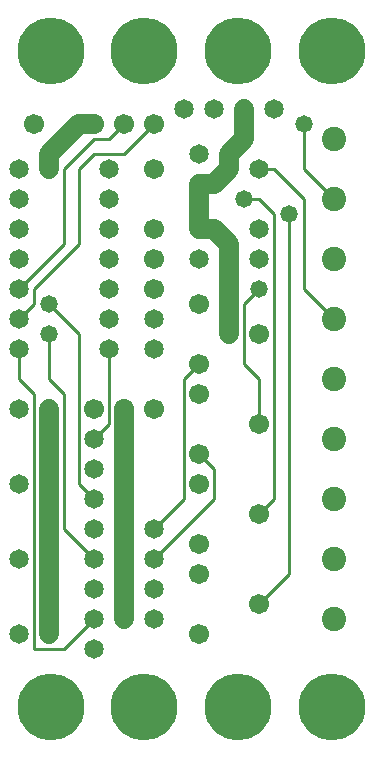
<source format=gtl>
%MOIN*%
%FSLAX25Y25*%
G04 D10 used for Character Trace; *
G04     Circle (OD=.01000) (No hole)*
G04 D11 used for Power Trace; *
G04     Circle (OD=.06700) (No hole)*
G04 D12 used for Signal Trace; *
G04     Circle (OD=.01100) (No hole)*
G04 D13 used for Via; *
G04     Circle (OD=.05800) (Round. Hole ID=.02800)*
G04 D14 used for Component hole; *
G04     Circle (OD=.06500) (Round. Hole ID=.03500)*
G04 D15 used for Component hole; *
G04     Circle (OD=.06700) (Round. Hole ID=.04300)*
G04 D16 used for Component hole; *
G04     Circle (OD=.08100) (Round. Hole ID=.05100)*
G04 D17 used for Component hole; *
G04     Circle (OD=.08900) (Round. Hole ID=.05900)*
G04 D18 used for Component hole; *
G04     Circle (OD=.11300) (Round. Hole ID=.08300)*
G04 D19 used for Component hole; *
G04     Circle (OD=.16000) (Round. Hole ID=.13000)*
G04 D20 used for Component hole; *
G04     Circle (OD=.18300) (Round. Hole ID=.15300)*
G04 D21 used for Component hole; *
G04     Circle (OD=.22291) (Round. Hole ID=.19291)*
%ADD10C,.01000*%
%ADD11C,.06700*%
%ADD12C,.01100*%
%ADD13C,.05800*%
%ADD14C,.06500*%
%ADD15C,.06700*%
%ADD16C,.08100*%
%ADD17C,.08900*%
%ADD18C,.11300*%
%ADD19C,.16000*%
%ADD20C,.18300*%
%ADD21C,.22291*%
%IPPOS*%
%LPD*%
G90*X0Y0D02*D21*X15625Y15625D03*D14*              
X30000Y35000D03*D12*X10000D02*X20000D01*X10000D02*
Y120000D01*X5000Y125000D01*Y135000D01*D14*D03*D12*
X20000Y120000D02*X15000Y125000D01*X20000Y75000D02*
Y120000D01*X30000Y65000D02*X20000Y75000D01*D14*   
X30000Y65000D03*X40000Y55000D03*D11*Y45000D01*D14*
D03*X50000Y55000D03*X30000D03*X50000Y45000D03*D11*
X40000Y55000D02*Y65000D01*D14*D03*D11*Y75000D01*  
D14*D03*D11*Y115000D01*D15*D03*D12*               
X30000Y105000D02*X35000Y110000D01*D14*            
X30000Y105000D03*D12*X35000Y110000D02*Y135000D01* 
D14*D03*D12*X25000Y90000D02*Y140000D01*           
X30000Y85000D02*X25000Y90000D01*D14*              
X30000Y85000D03*Y95000D03*Y75000D03*              
X15000Y90000D03*D11*Y65000D01*D14*D03*D11*        
Y40000D01*D14*D03*D12*X20000Y35000D02*            
X30000Y45000D01*D14*D03*X50000Y65000D03*D12*      
X70000Y85000D01*Y95000D01*X65000Y100000D01*D15*   
D03*Y90000D03*X50000Y115000D03*D12*Y75000D02*     
X60000Y85000D01*D14*X50000Y75000D03*D12*          
X60000Y85000D02*Y125000D01*X65000Y130000D01*D15*  
D03*D13*X75000Y140000D03*D11*Y170000D01*          
X70000Y175000D01*X65000D01*D14*D03*D11*Y190000D01*
D14*D03*D11*X70000D01*X75000Y195000D01*D14*D03*   
D11*Y200000D01*X80000Y205000D01*Y215000D01*D14*   
D03*X90000D03*X70000D03*X65000Y200000D03*D12*     
X110000Y185000D02*X100000Y195000D01*D16*          
X110000Y185000D03*D12*X100000Y195000D02*          
Y210000D01*D13*D03*D16*X110000Y205000D03*D14*     
X85000Y195000D03*D12*X90000D01*X100000Y185000D01* 
Y155000D01*X110000Y145000D01*D16*D03*Y165000D03*  
Y125000D03*D14*X85000Y165000D03*D13*Y155000D03*   
D12*X80000Y150000D01*Y130000D01*X85000Y125000D01* 
Y110000D01*D15*D03*X65000Y120000D03*D16*          
X110000Y85000D03*Y105000D03*D12*X85000Y80000D02*  
X90000Y85000D01*D15*X85000Y80000D03*D12*          
X90000Y85000D02*Y180000D01*X85000Y185000D01*      
X80000D01*D13*D03*D14*X85000Y175000D03*D13*       
X95000Y180000D03*D12*Y60000D01*X85000Y50000D01*   
D15*D03*X65000Y70000D03*Y60000D03*Y40000D03*D16*  
X110000Y45000D03*Y65000D03*D21*X78125Y15625D03*   
X109375D03*X46875D03*D15*X30000Y115000D03*D14*    
X15000D03*D11*Y90000D01*D14*X5000D03*Y65000D03*   
Y115000D03*D12*X15000Y125000D02*Y140000D01*D13*   
D03*D14*X5000Y145000D03*D12*X10000Y150000D01*     
Y155000D01*X25000Y170000D01*Y195000D01*           
X30000Y200000D01*X40000D01*X50000Y210000D01*D15*  
D03*X40000D03*D12*X35000Y205000D01*X30000D01*     
X20000Y195000D01*Y170000D01*X5000Y155000D01*D14*  
D03*D13*X15000Y150000D03*D12*X25000Y140000D01*D14*
X35000Y145000D03*Y155000D03*D15*X50000Y165000D03* 
D14*X35000D03*X50000Y135000D03*Y145000D03*D15*    
Y155000D03*D14*X5000Y165000D03*D15*               
X50000Y175000D03*D14*X35000D03*X5000D03*D15*      
X65000Y150000D03*D14*Y165000D03*X35000Y185000D03* 
X5000D03*D15*X50000Y195000D03*D14*X35000D03*D13*  
X15000D03*D11*Y200000D01*X25000Y210000D01*        
X30000D01*D15*D03*X10000D03*D21*X46875Y234375D03* 
X15625D03*D14*X5000Y195000D03*X60000Y215000D03*   
D21*X78125Y234375D03*D15*X85000Y140000D03*D21*    
X109375Y234375D03*D14*X5000Y40000D03*M02*         

</source>
